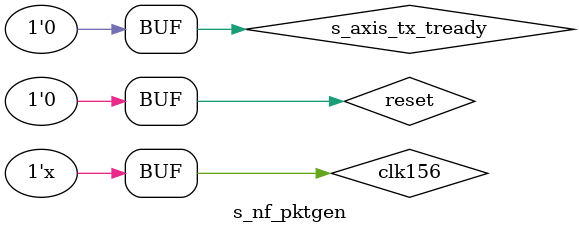
<source format=v>
`timescale 1ns / 1ps

/*
    input clk156,
output s_axis_tx_tvalid,
input s_axis_tx_tready,

output s_axis_tx_tdata[63:0],
output s_axis_tx_tkeep[7:0],
output s_axis_tx_tlast,

output tx_ifg_delay[7:0],

*/

module s_nf_pktgen(

    );
    
    reg clk156;
    reg reset;
    reg s_axis_tx_tready;
    wire s_axis_tx_tvalid;
    wire [63:0] s_axis_tx_tdata;
    wire [7:0] s_axis_tx_tkeep;
    wire s_axis_tx_tlast;
    
    nf_pktgen dut(
    .clk156(clk156),
    .reset(reset),
    .s_axis_tx_tvalid(s_axis_tx_tvalid),
    .s_axis_tx_tready(s_axis_tx_tready),
    .s_axis_tx_tdata(s_axis_tx_tdata),
    .s_axis_tx_tkeep(s_axis_tx_tkeep),
    .s_axis_tx_tlast(s_axis_tx_tlast)
    );
    
    initial
    begin
        clk156 = 0;
        reset = 0;
        s_axis_tx_tready = 0;
        
        #10 reset = 1;
        #20 reset = 0;
        
        #100 s_axis_tx_tready = 1;
        #60 s_axis_tx_tready = 0;
        
        #43000000 s_axis_tx_tready =1;
        #60 s_axis_tx_tready = 0;
        
    end
    
    always 
        #5  clk156 =  ! clk156;
    
endmodule







</source>
